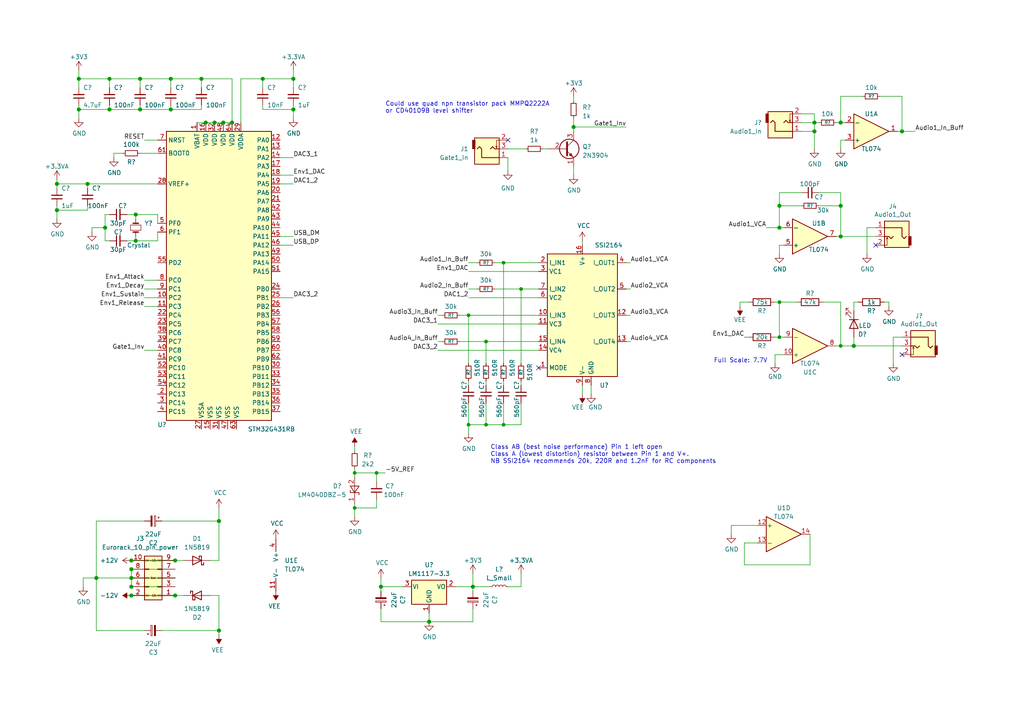
<source format=kicad_sch>
(kicad_sch (version 20210621) (generator eeschema)
  (paper "A4")
  (lib_symbols
    (symbol "Amplifier_Operational:TL074" (pin_names (offset 0.127))
      (property "Reference" "U" (at 0 5.08 0))
      (property "Value" "TL074" (at 0 -5.08 0))
      (symbol "TL074_1_1"
        (pin output line (at 7.62 0 180) (length 2.54) (name "~") (number "1"))
        (pin input line (at -7.62 -2.54 0) (length 2.54) (name "-") (number "2"))
        (pin input line (at -7.62 2.54 0) (length 2.54) (name "+") (number "3"))
      )
      (symbol "TL074_2_1"
        (pin input line (at -7.62 2.54 0) (length 2.54) (name "+") (number "5"))
        (pin input line (at -7.62 -2.54 0) (length 2.54) (name "-") (number "6"))
        (pin output line (at 7.62 0 180) (length 2.54) (name "~") (number "7"))
      )
      (symbol "TL074_3_1"
        (pin input line (at -7.62 2.54 0) (length 2.54) (name "+") (number "10"))
        (pin output line (at 7.62 0 180) (length 2.54) (name "~") (number "8"))
        (pin input line (at -7.62 -2.54 0) (length 2.54) (name "-") (number "9"))
      )
      (symbol "TL074_4_1"
        (pin input line (at -7.62 2.54 0) (length 2.54) (name "+") (number "12"))
        (pin input line (at -7.62 -2.54 0) (length 2.54) (name "-") (number "13"))
        (pin output line (at 7.62 0 180) (length 2.54) (name "~") (number "14"))
      )
      (symbol "TL074_5_1"
        (pin power_in line (at -2.54 -7.62 90) (length 3.81) (name "V-") (number "11"))
        (pin power_in line (at -2.54 7.62 270) (length 3.81) (name "V+") (number "4"))
      )
    )
    (symbol "Audio:SSI2164"
      (property "Reference" "U" (at -7.62 19.05 0))
      (property "Value" "SSI2164" (at 5.08 19.05 0))
      (symbol "SSI2164_1_1"
        (pin passive line (at -12.7 -15.24 0) (length 2.54) (name "MODE") (number "1"))
        (pin input line (at -12.7 0 0) (length 2.54) (name "I_IN3") (number "10"))
        (pin passive line (at -12.7 -2.54 0) (length 2.54) (name "VC3") (number "11"))
        (pin output line (at 12.7 0 180) (length 2.54) (name "I_OUT3") (number "12"))
        (pin output line (at 12.7 -7.62 180) (length 2.54) (name "I_OUT4") (number "13"))
        (pin passive line (at -12.7 -10.16 0) (length 2.54) (name "VC4") (number "14"))
        (pin input line (at -12.7 -7.62 0) (length 2.54) (name "I_IN4") (number "15"))
        (pin power_in line (at 0 20.32 270) (length 2.54) (name "V+") (number "16"))
        (pin input line (at -12.7 15.24 0) (length 2.54) (name "I_IN1") (number "2"))
        (pin passive line (at -12.7 12.7 0) (length 2.54) (name "VC1") (number "3"))
        (pin output line (at 12.7 15.24 180) (length 2.54) (name "I_OUT1") (number "4"))
        (pin output line (at 12.7 7.62 180) (length 2.54) (name "I_OUT2") (number "5"))
        (pin passive line (at -12.7 5.08 0) (length 2.54) (name "VC2") (number "6"))
        (pin input line (at -12.7 7.62 0) (length 2.54) (name "I_IN2") (number "7"))
        (pin power_in line (at 2.54 -20.32 90) (length 2.54) (name "GND") (number "8"))
        (pin power_in line (at 0 -20.32 90) (length 2.54) (name "V-") (number "9"))
      )
    )
    (symbol "Device:C_Small" (pin_numbers hide) (pin_names (offset 0.254) hide)
      (property "Reference" "C" (at 0.254 1.778 0))
      (property "Value" "C_Small" (at 0.254 -2.032 0))
      (symbol "C_Small_1_1"
        (pin passive line (at 0 2.54 270) (length 2.032) (name "~") (number "1"))
        (pin passive line (at 0 -2.54 90) (length 2.032) (name "~") (number "2"))
      )
    )
    (symbol "Device:Crystal_Small" (pin_numbers hide) (pin_names (offset 1.016) hide)
      (property "Reference" "Y" (at 0 2.54 0))
      (property "Value" "Crystal_Small" (at 0 -2.54 0))
      (symbol "Crystal_Small_1_1"
        (pin passive line (at -2.54 0 0) (length 1.27) (name "1") (number "1"))
        (pin passive line (at 2.54 0 180) (length 1.27) (name "2") (number "2"))
      )
    )
    (symbol "Device:LED" (pin_numbers hide) (pin_names (offset 1.016) hide)
      (property "Reference" "D" (at 0 2.54 0))
      (property "Value" "LED" (at 0 -2.54 0))
      (symbol "LED_1_1"
        (pin passive line (at -3.81 0 0) (length 2.54) (name "K") (number "1"))
        (pin passive line (at 3.81 0 180) (length 2.54) (name "A") (number "2"))
      )
    )
    (symbol "Device:L_Small" (pin_numbers hide) (pin_names (offset 0.254) hide)
      (property "Reference" "L" (at 0.762 1.016 0))
      (property "Value" "L_Small" (at 0.762 -1.016 0))
      (symbol "L_Small_1_1"
        (pin passive line (at 0 2.54 270) (length 0.508) (name "~") (number "1"))
        (pin passive line (at 0 -2.54 90) (length 0.508) (name "~") (number "2"))
      )
    )
    (symbol "Device:R" (pin_numbers hide) (pin_names (offset 0))
      (property "Reference" "R" (at 2.032 0 90))
      (property "Value" "R" (at 0 0 90))
      (symbol "R_1_1"
        (pin passive line (at 0 3.81 270) (length 1.27) (name "~") (number "1"))
        (pin passive line (at 0 -3.81 90) (length 1.27) (name "~") (number "2"))
      )
    )
    (symbol "Device:R_Small" (pin_numbers hide) (pin_names (offset 0.254) hide)
      (property "Reference" "R" (at 0.762 0.508 0))
      (property "Value" "R_Small" (at 0.762 -1.016 0))
      (symbol "R_Small_1_1"
        (pin passive line (at 0 2.54 270) (length 0.762) (name "~") (number "1"))
        (pin passive line (at 0 -2.54 90) (length 0.762) (name "~") (number "2"))
      )
    )
    (symbol "Diode:1N5819" (pin_numbers hide) (pin_names (offset 1.016) hide)
      (property "Reference" "D" (at 0 2.54 0))
      (property "Value" "1N5819" (at 0 -2.54 0))
      (symbol "1N5819_1_1"
        (pin passive line (at -3.81 0 0) (length 2.54) (name "K") (number "1"))
        (pin passive line (at 3.81 0 180) (length 2.54) (name "A") (number "2"))
      )
    )
    (symbol "Encoder:CP_Small" (pin_numbers hide) (pin_names (offset 0.254) hide)
      (property "Reference" "C" (at 0.254 1.778 0))
      (property "Value" "CP_Small" (at 0.254 -2.032 0))
      (symbol "CP_Small_1_1"
        (pin passive line (at 0 2.54 270) (length 1.8542) (name "~") (number "1"))
        (pin passive line (at 0 -2.54 90) (length 1.8542) (name "~") (number "2"))
      )
    )
    (symbol "Eurorack Header:Eurorack_10_pin_power" (pin_names (offset 1.016) hide)
      (property "Reference" "J" (at 1.27 7.62 0))
      (property "Value" "Eurorack_10_pin_power" (at 1.27 -7.62 0))
      (symbol "Eurorack_10_pin_power_1_0"
        (text "+12v" (at 1.27 -5.08 0) (effects (font (size 0.508 0.508))))
        (text "-12v" (at 1.27 5.08 0) (effects (font (size 0.508 0.508))))
        (text "Gnd" (at 1.27 0 0) (effects (font (size 0.508 0.508))))
      )
      (symbol "Eurorack_10_pin_power_1_1"
        (pin power_in line (at -5.08 5.08 0) (length 3.81) (name "Pin_1") (number "1"))
        (pin passive line (at 7.62 -5.08 180) (length 3.81) (name "Pin_10") (number "10"))
        (pin passive line (at 7.62 5.08 180) (length 3.81) (name "Pin_2") (number "2"))
        (pin passive line (at -5.08 2.54 0) (length 3.81) (name "Pin_3") (number "3"))
        (pin passive line (at 7.62 2.54 180) (length 3.81) (name "Pin_4") (number "4"))
        (pin power_in line (at -5.08 0 0) (length 3.81) (name "Pin_5") (number "5"))
        (pin passive line (at 7.62 0 180) (length 3.81) (name "Pin_6") (number "6"))
        (pin passive line (at -5.08 -2.54 0) (length 3.81) (name "Pin_7") (number "7"))
        (pin passive line (at 7.62 -2.54 180) (length 3.81) (name "Pin_8") (number "8"))
        (pin power_in line (at -5.08 -5.08 0) (length 3.81) (name "Pin_9") (number "9"))
      )
    )
    (symbol "Reference_Voltage:LM4040DBZ-10" (pin_names (offset 0.0254) hide)
      (property "Reference" "U" (at 0 2.54 0))
      (property "Value" "LM4040DBZ-10" (at 0 -3.175 0))
      (symbol "LM4040DBZ-10_1_1"
        (pin passive line (at 3.81 0 180) (length 2.54) (name "K") (number "1"))
        (pin passive line (at -3.81 0 0) (length 2.54) (name "A") (number "2"))
      )
    )
    (symbol "Regulator_Linear:LM1117-3.3" (pin_names (offset 0.254))
      (property "Reference" "U" (at -3.81 3.175 0))
      (property "Value" "LM1117-3.3" (at 0 3.175 0))
      (symbol "LM1117-3.3_1_1"
        (pin power_in line (at 0 -7.62 90) (length 2.54) (name "GND") (number "1"))
        (pin power_out line (at 7.62 0 180) (length 2.54) (name "VO") (number "2"))
        (pin power_in line (at -7.62 0 0) (length 2.54) (name "VI") (number "3"))
      )
    )
    (symbol "STM32G431RB:STM32G431RB"
      (property "Reference" "U" (at -15.24 41.91 0))
      (property "Value" "STM32G431RB" (at 10.16 41.91 0))
      (symbol "STM32G431RB_0_0"
        (pin bidirectional line (at -17.78 25.4 0) (length 2.54) (name "VREF+") (number "28"))
        (pin bidirectional line (at 17.78 -30.48 180) (length 2.54) (name "PB11") (number "33"))
      )
      (symbol "STM32G431RB_1_1"
        (pin power_in line (at -6.35 43.18 270) (length 2.54) (name "VBAT") (number "1"))
        (pin bidirectional line (at -17.78 -7.62 0) (length 2.54) (name "PC2") (number "10"))
        (pin bidirectional line (at -17.78 -10.16 0) (length 2.54) (name "PC3") (number "11"))
        (pin bidirectional line (at 17.78 38.1 180) (length 2.54) (name "PA0") (number "12"))
        (pin bidirectional line (at 17.78 35.56 180) (length 2.54) (name "PA1") (number "13"))
        (pin bidirectional line (at 17.78 33.02 180) (length 2.54) (name "PA2") (number "14"))
        (pin power_in line (at -2.54 -45.72 90) (length 2.54) (name "VSS") (number "15"))
        (pin power_in line (at -3.81 43.18 270) (length 2.54) (name "VDD") (number "16"))
        (pin bidirectional line (at 17.78 30.48 180) (length 2.54) (name "PA3") (number "17"))
        (pin bidirectional line (at 17.78 27.94 180) (length 2.54) (name "PA4") (number "18"))
        (pin bidirectional line (at 17.78 25.4 180) (length 2.54) (name "PA5") (number "19"))
        (pin bidirectional line (at -17.78 -35.56 0) (length 2.54) (name "PC13") (number "2"))
        (pin bidirectional line (at 17.78 22.86 180) (length 2.54) (name "PA6") (number "20"))
        (pin bidirectional line (at 17.78 20.32 180) (length 2.54) (name "PA7") (number "21"))
        (pin bidirectional line (at -17.78 -12.7 0) (length 2.54) (name "PC4") (number "22"))
        (pin bidirectional line (at -17.78 -15.24 0) (length 2.54) (name "PC5") (number "23"))
        (pin bidirectional line (at 17.78 -5.08 180) (length 2.54) (name "PB0") (number "24"))
        (pin bidirectional line (at 17.78 -7.62 180) (length 2.54) (name "PB1") (number "25"))
        (pin bidirectional line (at 17.78 -10.16 180) (length 2.54) (name "PB2") (number "26"))
        (pin power_in line (at -5.08 -45.72 90) (length 2.54) (name "VSSA") (number "27"))
        (pin power_in line (at 6.35 43.18 270) (length 2.54) (name "VDDA") (number "29"))
        (pin bidirectional line (at -17.78 -38.1 0) (length 2.54) (name "PC14") (number "3"))
        (pin bidirectional line (at 17.78 -27.94 180) (length 2.54) (name "PB10") (number "30"))
        (pin power_in line (at 0 -45.72 90) (length 2.54) (name "VSS") (number "31"))
        (pin power_in line (at -1.27 43.18 270) (length 2.54) (name "VDD") (number "32"))
        (pin bidirectional line (at 17.78 -33.02 180) (length 2.54) (name "PB12") (number "34"))
        (pin bidirectional line (at 17.78 -35.56 180) (length 2.54) (name "PB13") (number "35"))
        (pin bidirectional line (at 17.78 -38.1 180) (length 2.54) (name "PB14") (number "36"))
        (pin bidirectional line (at 17.78 -40.64 180) (length 2.54) (name "PB15") (number "37"))
        (pin bidirectional line (at -17.78 -17.78 0) (length 2.54) (name "PC6") (number "38"))
        (pin bidirectional line (at -17.78 -20.32 0) (length 2.54) (name "PC7") (number "39"))
        (pin bidirectional line (at -17.78 -40.64 0) (length 2.54) (name "PC15") (number "4"))
        (pin bidirectional line (at -17.78 -22.86 0) (length 2.54) (name "PC8") (number "40"))
        (pin bidirectional line (at -17.78 -25.4 0) (length 2.54) (name "PC9") (number "41"))
        (pin bidirectional line (at 17.78 17.78 180) (length 2.54) (name "PA8") (number "42"))
        (pin bidirectional line (at 17.78 15.24 180) (length 2.54) (name "PA9") (number "43"))
        (pin bidirectional line (at 17.78 12.7 180) (length 2.54) (name "PA10") (number "44"))
        (pin bidirectional line (at 17.78 10.16 180) (length 2.54) (name "PA11") (number "45"))
        (pin bidirectional line (at 17.78 7.62 180) (length 2.54) (name "PA12") (number "46"))
        (pin power_in line (at 2.54 -45.72 90) (length 2.54) (name "VSS") (number "47"))
        (pin power_in line (at 1.27 43.18 270) (length 2.54) (name "VDD") (number "48"))
        (pin bidirectional line (at 17.78 5.08 180) (length 2.54) (name "PA13") (number "49"))
        (pin input line (at -17.78 13.97 0) (length 2.54) (name "PF0") (number "5"))
        (pin bidirectional line (at 17.78 2.54 180) (length 2.54) (name "PA14") (number "50"))
        (pin bidirectional line (at 17.78 0 180) (length 2.54) (name "PA15") (number "51"))
        (pin bidirectional line (at -17.78 -27.94 0) (length 2.54) (name "PC10") (number "52"))
        (pin bidirectional line (at -17.78 -30.48 0) (length 2.54) (name "PC11") (number "53"))
        (pin bidirectional line (at -17.78 -33.02 0) (length 2.54) (name "PC12") (number "54"))
        (pin bidirectional line (at -17.78 2.54 0) (length 2.54) (name "PD2") (number "55"))
        (pin bidirectional line (at 17.78 -12.7 180) (length 2.54) (name "PB3") (number "56"))
        (pin bidirectional line (at 17.78 -15.24 180) (length 2.54) (name "PB4") (number "57"))
        (pin bidirectional line (at 17.78 -17.78 180) (length 2.54) (name "PB5") (number "58"))
        (pin bidirectional line (at 17.78 -20.32 180) (length 2.54) (name "PB6") (number "59"))
        (pin input line (at -17.78 11.43 0) (length 2.54) (name "PF1") (number "6"))
        (pin bidirectional line (at 17.78 -22.86 180) (length 2.54) (name "PB7") (number "60"))
        (pin input line (at -17.78 34.29 0) (length 2.54) (name "BOOT0") (number "61"))
        (pin bidirectional line (at 17.78 -25.4 180) (length 2.54) (name "PB9") (number "62"))
        (pin power_in line (at 5.08 -45.72 90) (length 2.54) (name "VSS") (number "63"))
        (pin power_in line (at 3.81 43.18 270) (length 2.54) (name "VDD") (number "64"))
        (pin input line (at -17.78 38.1 0) (length 2.54) (name "NRST") (number "7"))
        (pin bidirectional line (at -17.78 -2.54 0) (length 2.54) (name "PC0") (number "8"))
        (pin bidirectional line (at -17.78 -5.08 0) (length 2.54) (name "PC1") (number "9"))
      )
    )
    (symbol "Transistor_BJT:2N3904" (pin_names (offset 0) hide)
      (property "Reference" "Q" (at 5.08 1.905 0))
      (property "Value" "2N3904" (at 5.08 0 0))
      (symbol "2N3904_1_1"
        (pin passive line (at 2.54 -5.08 90) (length 2.54) (name "E") (number "1"))
        (pin passive line (at -5.08 0 0) (length 5.715) (name "B") (number "2"))
        (pin passive line (at 2.54 5.08 270) (length 2.54) (name "C") (number "3"))
      )
    )
    (symbol "power:+12V" (power) (pin_names (offset 0))
      (property "Value" "+12V" (at 0 3.556 0))
      (symbol "+12V_1_1"
        (pin power_in line (at 0 0 90) (length 0) hide (name "+12V") (number "1"))
      )
    )
    (symbol "power:+3.3V" (power) (pin_names (offset 0))
      (property "Value" "+3.3V" (at 0 3.556 0))
      (symbol "+3.3V_1_1"
        (pin power_in line (at 0 0 90) (length 0) hide (name "+3V3") (number "1"))
      )
    )
    (symbol "power:+3.3VA" (power) (pin_names (offset 0))
      (property "Value" "+3.3VA" (at 0 3.556 0))
      (symbol "+3.3VA_1_1"
        (pin power_in line (at 0 0 90) (length 0) hide (name "+3.3VA") (number "1"))
      )
    )
    (symbol "power:-12V" (power) (pin_names (offset 0))
      (property "Value" "-12V" (at 0 3.81 0))
      (symbol "-12V_0_0"
        (pin power_in line (at 0 0 90) (length 0) hide (name "-12V") (number "1"))
      )
    )
    (symbol "power:GND" (power) (pin_names (offset 0))
      (property "Value" "GND" (at 0 -3.81 0))
      (symbol "GND_1_1"
        (pin power_in line (at 0 0 270) (length 0) hide (name "GND") (number "1"))
      )
    )
    (symbol "power:VCC" (power) (pin_names (offset 0))
      (property "Value" "VCC" (at 0 3.81 0))
      (symbol "VCC_1_1"
        (pin power_in line (at 0 0 90) (length 0) hide (name "VCC") (number "1"))
      )
    )
    (symbol "power:VEE" (power) (pin_names (offset 0))
      (property "Value" "VEE" (at 0 3.81 0))
      (symbol "VEE_1_1"
        (pin power_in line (at 0 0 90) (length 0) hide (name "VEE") (number "1"))
      )
    )
    (symbol "thonkiconn:AudioJack2_Ground_Switch" (pin_names (offset 1.016))
      (property "Reference" "J" (at 0 8.89 0))
      (property "Value" "AudioJack2_Ground_Switch" (at 0 6.35 0))
      (symbol "AudioJack2_Ground_Switch_1_1"
        (pin passive line (at 5.08 2.54 180) (length 2.54) (name "~") (number "1"))
        (pin passive line (at 5.08 -2.54 180) (length 2.54) (name "~") (number "2"))
        (pin passive line (at 5.08 0 180) (length 2.54) (name "~") (number "3"))
      )
    )
  )
  (junction (at 16.51 53.34) (diameter 1.016))
  (junction (at 16.51 60.96) (diameter 1.016))
  (junction (at 22.86 22.86) (diameter 1.016))
  (junction (at 22.86 31.75) (diameter 1.016))
  (junction (at 25.4 53.34) (diameter 1.016))
  (junction (at 27.94 167.64) (diameter 1.016))
  (junction (at 30.48 66.04) (diameter 1.016))
  (junction (at 31.75 22.86) (diameter 1.016))
  (junction (at 31.75 31.75) (diameter 1.016))
  (junction (at 38.1 162.56) (diameter 1.016))
  (junction (at 38.1 165.1) (diameter 1.016))
  (junction (at 38.1 167.64) (diameter 1.016))
  (junction (at 38.1 170.18) (diameter 1.016))
  (junction (at 38.1 172.72) (diameter 1.016))
  (junction (at 39.37 62.23) (diameter 1.016))
  (junction (at 39.37 69.85) (diameter 1.016))
  (junction (at 40.64 22.86) (diameter 1.016))
  (junction (at 40.64 31.75) (diameter 1.016))
  (junction (at 49.53 22.86) (diameter 1.016))
  (junction (at 49.53 31.75) (diameter 1.016))
  (junction (at 50.8 162.56) (diameter 1.016))
  (junction (at 50.8 172.72) (diameter 1.016))
  (junction (at 58.42 22.86) (diameter 1.016))
  (junction (at 59.69 35.56) (diameter 1.016))
  (junction (at 62.23 35.56) (diameter 1.016))
  (junction (at 63.5 151.13) (diameter 1.016))
  (junction (at 63.5 182.88) (diameter 1.016))
  (junction (at 64.77 35.56) (diameter 1.016))
  (junction (at 67.31 35.56) (diameter 1.016))
  (junction (at 76.2 22.86) (diameter 1.016))
  (junction (at 85.09 22.86) (diameter 1.016))
  (junction (at 85.09 31.75) (diameter 1.016))
  (junction (at 102.87 137.16) (diameter 0.9144))
  (junction (at 102.87 147.32) (diameter 0.9144))
  (junction (at 109.22 137.16) (diameter 0.9144))
  (junction (at 110.49 170.18) (diameter 1.016))
  (junction (at 124.46 180.34) (diameter 1.016))
  (junction (at 135.89 91.44) (diameter 0.9144))
  (junction (at 135.89 123.19) (diameter 0.9144))
  (junction (at 137.16 170.18) (diameter 1.016))
  (junction (at 140.97 99.06) (diameter 0.9144))
  (junction (at 140.97 123.19) (diameter 0.9144))
  (junction (at 146.05 76.2) (diameter 0.9144))
  (junction (at 146.05 123.19) (diameter 0.9144))
  (junction (at 151.13 83.82) (diameter 0.9144))
  (junction (at 166.37 36.83) (diameter 1.016))
  (junction (at 226.06 59.69) (diameter 1.016))
  (junction (at 226.06 66.04) (diameter 1.016))
  (junction (at 226.06 87.63) (diameter 0.9144))
  (junction (at 226.06 97.79) (diameter 0.9144))
  (junction (at 236.22 35.56) (diameter 1.016))
  (junction (at 236.22 38.1) (diameter 1.016))
  (junction (at 243.84 35.56) (diameter 1.016))
  (junction (at 243.84 59.69) (diameter 1.016))
  (junction (at 243.84 68.58) (diameter 1.016))
  (junction (at 243.84 100.33) (diameter 0.9144))
  (junction (at 247.65 100.33) (diameter 1.016))
  (junction (at 261.62 38.1) (diameter 1.016))
  (no_connect (at 147.32 40.64))
  (no_connect (at 156.21 106.68))
  (no_connect (at 254 71.12))
  (no_connect (at 261.62 102.87))
  (wire (pts (xy 16.51 52.07) (xy 16.51 53.34)))
  (wire (pts (xy 16.51 53.34) (xy 25.4 53.34)))
  (wire (pts (xy 16.51 54.61) (xy 16.51 53.34)))
  (wire (pts (xy 16.51 59.69) (xy 16.51 60.96)))
  (wire (pts (xy 16.51 60.96) (xy 16.51 63.5)))
  (wire (pts (xy 16.51 60.96) (xy 25.4 60.96)))
  (wire (pts (xy 22.86 20.32) (xy 22.86 22.86)))
  (wire (pts (xy 22.86 22.86) (xy 31.75 22.86)))
  (wire (pts (xy 22.86 25.4) (xy 22.86 22.86)))
  (wire (pts (xy 22.86 30.48) (xy 22.86 31.75)))
  (wire (pts (xy 22.86 31.75) (xy 22.86 34.29)))
  (wire (pts (xy 22.86 31.75) (xy 31.75 31.75)))
  (wire (pts (xy 24.13 167.64) (xy 27.94 167.64)))
  (wire (pts (xy 24.13 170.18) (xy 24.13 167.64)))
  (wire (pts (xy 25.4 53.34) (xy 25.4 54.61)))
  (wire (pts (xy 25.4 53.34) (xy 45.72 53.34)))
  (wire (pts (xy 25.4 59.69) (xy 25.4 60.96)))
  (wire (pts (xy 26.67 66.04) (xy 30.48 66.04)))
  (wire (pts (xy 26.67 67.31) (xy 26.67 66.04)))
  (wire (pts (xy 27.94 151.13) (xy 41.91 151.13)))
  (wire (pts (xy 27.94 167.64) (xy 27.94 151.13)))
  (wire (pts (xy 27.94 167.64) (xy 38.1 167.64)))
  (wire (pts (xy 27.94 182.88) (xy 27.94 167.64)))
  (wire (pts (xy 30.48 62.23) (xy 30.48 66.04)))
  (wire (pts (xy 30.48 62.23) (xy 31.75 62.23)))
  (wire (pts (xy 30.48 66.04) (xy 30.48 69.85)))
  (wire (pts (xy 30.48 69.85) (xy 31.75 69.85)))
  (wire (pts (xy 31.75 22.86) (xy 31.75 25.4)))
  (wire (pts (xy 31.75 22.86) (xy 40.64 22.86)))
  (wire (pts (xy 31.75 30.48) (xy 31.75 31.75)))
  (wire (pts (xy 31.75 31.75) (xy 40.64 31.75)))
  (wire (pts (xy 33.02 44.45) (xy 35.56 44.45)))
  (wire (pts (xy 33.02 45.72) (xy 33.02 44.45)))
  (wire (pts (xy 36.83 62.23) (xy 39.37 62.23)))
  (wire (pts (xy 36.83 69.85) (xy 39.37 69.85)))
  (wire (pts (xy 38.1 162.56) (xy 50.8 162.56)))
  (wire (pts (xy 38.1 165.1) (xy 38.1 167.64)))
  (wire (pts (xy 38.1 165.1) (xy 50.8 165.1)))
  (wire (pts (xy 38.1 167.64) (xy 38.1 170.18)))
  (wire (pts (xy 38.1 167.64) (xy 50.8 167.64)))
  (wire (pts (xy 38.1 170.18) (xy 50.8 170.18)))
  (wire (pts (xy 38.1 172.72) (xy 50.8 172.72)))
  (wire (pts (xy 39.37 62.23) (xy 39.37 63.5)))
  (wire (pts (xy 39.37 68.58) (xy 39.37 69.85)))
  (wire (pts (xy 40.64 22.86) (xy 40.64 25.4)))
  (wire (pts (xy 40.64 22.86) (xy 49.53 22.86)))
  (wire (pts (xy 40.64 30.48) (xy 40.64 31.75)))
  (wire (pts (xy 40.64 31.75) (xy 49.53 31.75)))
  (wire (pts (xy 40.64 44.45) (xy 45.72 44.45)))
  (wire (pts (xy 41.91 40.64) (xy 45.72 40.64)))
  (wire (pts (xy 41.91 101.6) (xy 45.72 101.6)))
  (wire (pts (xy 41.91 182.88) (xy 27.94 182.88)))
  (wire (pts (xy 45.72 62.23) (xy 39.37 62.23)))
  (wire (pts (xy 45.72 64.77) (xy 45.72 62.23)))
  (wire (pts (xy 45.72 67.31) (xy 45.72 69.85)))
  (wire (pts (xy 45.72 69.85) (xy 39.37 69.85)))
  (wire (pts (xy 45.72 81.28) (xy 41.91 81.28)))
  (wire (pts (xy 45.72 83.82) (xy 41.91 83.82)))
  (wire (pts (xy 45.72 86.36) (xy 41.91 86.36)))
  (wire (pts (xy 45.72 88.9) (xy 41.91 88.9)))
  (wire (pts (xy 46.99 151.13) (xy 63.5 151.13)))
  (wire (pts (xy 49.53 22.86) (xy 49.53 25.4)))
  (wire (pts (xy 49.53 22.86) (xy 58.42 22.86)))
  (wire (pts (xy 49.53 30.48) (xy 49.53 31.75)))
  (wire (pts (xy 49.53 31.75) (xy 58.42 31.75)))
  (wire (pts (xy 50.8 162.56) (xy 53.34 162.56)))
  (wire (pts (xy 50.8 172.72) (xy 53.34 172.72)))
  (wire (pts (xy 57.15 35.56) (xy 59.69 35.56)))
  (wire (pts (xy 58.42 22.86) (xy 58.42 25.4)))
  (wire (pts (xy 58.42 22.86) (xy 67.31 22.86)))
  (wire (pts (xy 58.42 30.48) (xy 58.42 31.75)))
  (wire (pts (xy 59.69 35.56) (xy 62.23 35.56)))
  (wire (pts (xy 60.96 162.56) (xy 63.5 162.56)))
  (wire (pts (xy 60.96 172.72) (xy 63.5 172.72)))
  (wire (pts (xy 62.23 35.56) (xy 64.77 35.56)))
  (wire (pts (xy 63.5 147.32) (xy 63.5 151.13)))
  (wire (pts (xy 63.5 151.13) (xy 63.5 162.56)))
  (wire (pts (xy 63.5 172.72) (xy 63.5 182.88)))
  (wire (pts (xy 63.5 182.88) (xy 46.99 182.88)))
  (wire (pts (xy 63.5 182.88) (xy 63.5 184.15)))
  (wire (pts (xy 64.77 35.56) (xy 67.31 35.56)))
  (wire (pts (xy 67.31 22.86) (xy 67.31 35.56)))
  (wire (pts (xy 69.85 22.86) (xy 69.85 35.56)))
  (wire (pts (xy 76.2 22.86) (xy 69.85 22.86)))
  (wire (pts (xy 76.2 22.86) (xy 85.09 22.86)))
  (wire (pts (xy 76.2 25.4) (xy 76.2 22.86)))
  (wire (pts (xy 76.2 30.48) (xy 76.2 31.75)))
  (wire (pts (xy 76.2 31.75) (xy 85.09 31.75)))
  (wire (pts (xy 81.28 45.72) (xy 85.09 45.72)))
  (wire (pts (xy 81.28 50.8) (xy 85.09 50.8)))
  (wire (pts (xy 81.28 53.34) (xy 85.09 53.34)))
  (wire (pts (xy 81.28 68.58) (xy 85.09 68.58)))
  (wire (pts (xy 81.28 71.12) (xy 85.09 71.12)))
  (wire (pts (xy 81.28 86.36) (xy 85.09 86.36)))
  (wire (pts (xy 85.09 20.32) (xy 85.09 22.86)))
  (wire (pts (xy 85.09 22.86) (xy 85.09 25.4)))
  (wire (pts (xy 85.09 30.48) (xy 85.09 31.75)))
  (wire (pts (xy 85.09 31.75) (xy 85.09 34.29)))
  (wire (pts (xy 102.87 129.54) (xy 102.87 130.81)))
  (wire (pts (xy 102.87 135.89) (xy 102.87 137.16)))
  (wire (pts (xy 102.87 137.16) (xy 102.87 138.43)))
  (wire (pts (xy 102.87 146.05) (xy 102.87 147.32)))
  (wire (pts (xy 102.87 147.32) (xy 102.87 149.86)))
  (wire (pts (xy 102.87 147.32) (xy 109.22 147.32)))
  (wire (pts (xy 109.22 137.16) (xy 102.87 137.16)))
  (wire (pts (xy 109.22 139.7) (xy 109.22 137.16)))
  (wire (pts (xy 109.22 147.32) (xy 109.22 144.78)))
  (wire (pts (xy 110.49 167.64) (xy 110.49 170.18)))
  (wire (pts (xy 110.49 170.18) (xy 110.49 171.45)))
  (wire (pts (xy 110.49 170.18) (xy 116.84 170.18)))
  (wire (pts (xy 110.49 176.53) (xy 110.49 180.34)))
  (wire (pts (xy 110.49 180.34) (xy 124.46 180.34)))
  (wire (pts (xy 111.76 137.16) (xy 109.22 137.16)))
  (wire (pts (xy 124.46 177.8) (xy 124.46 180.34)))
  (wire (pts (xy 124.46 180.34) (xy 137.16 180.34)))
  (wire (pts (xy 127 91.44) (xy 128.27 91.44)))
  (wire (pts (xy 127 93.98) (xy 156.21 93.98)))
  (wire (pts (xy 127 99.06) (xy 128.27 99.06)))
  (wire (pts (xy 127 101.6) (xy 156.21 101.6)))
  (wire (pts (xy 132.08 170.18) (xy 137.16 170.18)))
  (wire (pts (xy 133.35 91.44) (xy 135.89 91.44)))
  (wire (pts (xy 133.35 99.06) (xy 140.97 99.06)))
  (wire (pts (xy 135.89 76.2) (xy 138.43 76.2)))
  (wire (pts (xy 135.89 78.74) (xy 156.21 78.74)))
  (wire (pts (xy 135.89 83.82) (xy 138.43 83.82)))
  (wire (pts (xy 135.89 86.36) (xy 156.21 86.36)))
  (wire (pts (xy 135.89 91.44) (xy 135.89 105.41)))
  (wire (pts (xy 135.89 91.44) (xy 156.21 91.44)))
  (wire (pts (xy 135.89 110.49) (xy 135.89 111.76)))
  (wire (pts (xy 135.89 116.84) (xy 135.89 123.19)))
  (wire (pts (xy 135.89 123.19) (xy 140.97 123.19)))
  (wire (pts (xy 135.89 125.73) (xy 135.89 123.19)))
  (wire (pts (xy 137.16 170.18) (xy 137.16 166.37)))
  (wire (pts (xy 137.16 170.18) (xy 137.16 171.45)))
  (wire (pts (xy 137.16 170.18) (xy 142.24 170.18)))
  (wire (pts (xy 137.16 180.34) (xy 137.16 176.53)))
  (wire (pts (xy 140.97 99.06) (xy 140.97 105.41)))
  (wire (pts (xy 140.97 99.06) (xy 156.21 99.06)))
  (wire (pts (xy 140.97 110.49) (xy 140.97 111.76)))
  (wire (pts (xy 140.97 116.84) (xy 140.97 123.19)))
  (wire (pts (xy 140.97 123.19) (xy 146.05 123.19)))
  (wire (pts (xy 143.51 76.2) (xy 146.05 76.2)))
  (wire (pts (xy 143.51 83.82) (xy 151.13 83.82)))
  (wire (pts (xy 146.05 76.2) (xy 146.05 105.41)))
  (wire (pts (xy 146.05 76.2) (xy 156.21 76.2)))
  (wire (pts (xy 146.05 110.49) (xy 146.05 111.76)))
  (wire (pts (xy 146.05 116.84) (xy 146.05 123.19)))
  (wire (pts (xy 146.05 123.19) (xy 151.13 123.19)))
  (wire (pts (xy 147.32 43.18) (xy 152.4 43.18)))
  (wire (pts (xy 147.32 45.72) (xy 147.32 49.53)))
  (wire (pts (xy 147.32 170.18) (xy 151.13 170.18)))
  (wire (pts (xy 151.13 83.82) (xy 151.13 105.41)))
  (wire (pts (xy 151.13 83.82) (xy 156.21 83.82)))
  (wire (pts (xy 151.13 110.49) (xy 151.13 111.76)))
  (wire (pts (xy 151.13 116.84) (xy 151.13 123.19)))
  (wire (pts (xy 151.13 170.18) (xy 151.13 166.37)))
  (wire (pts (xy 157.48 43.18) (xy 158.75 43.18)))
  (wire (pts (xy 166.37 27.94) (xy 166.37 29.21)))
  (wire (pts (xy 166.37 34.29) (xy 166.37 36.83)))
  (wire (pts (xy 166.37 36.83) (xy 166.37 38.1)))
  (wire (pts (xy 166.37 36.83) (xy 181.61 36.83)))
  (wire (pts (xy 166.37 48.26) (xy 166.37 50.8)))
  (wire (pts (xy 168.91 69.85) (xy 168.91 71.12)))
  (wire (pts (xy 168.91 111.76) (xy 168.91 114.3)))
  (wire (pts (xy 171.45 111.76) (xy 171.45 114.3)))
  (wire (pts (xy 181.61 76.2) (xy 182.88 76.2)))
  (wire (pts (xy 181.61 83.82) (xy 182.88 83.82)))
  (wire (pts (xy 181.61 91.44) (xy 182.88 91.44)))
  (wire (pts (xy 181.61 99.06) (xy 182.88 99.06)))
  (wire (pts (xy 212.09 152.4) (xy 212.09 154.94)))
  (wire (pts (xy 214.63 87.63) (xy 214.63 88.9)))
  (wire (pts (xy 214.63 87.63) (xy 217.17 87.63)))
  (wire (pts (xy 215.9 97.79) (xy 217.17 97.79)))
  (wire (pts (xy 215.9 157.48) (xy 215.9 163.83)))
  (wire (pts (xy 215.9 163.83) (xy 234.95 163.83)))
  (wire (pts (xy 219.71 152.4) (xy 212.09 152.4)))
  (wire (pts (xy 219.71 157.48) (xy 215.9 157.48)))
  (wire (pts (xy 222.25 66.04) (xy 226.06 66.04)))
  (wire (pts (xy 224.79 87.63) (xy 226.06 87.63)))
  (wire (pts (xy 224.79 97.79) (xy 226.06 97.79)))
  (wire (pts (xy 224.79 102.87) (xy 224.79 105.41)))
  (wire (pts (xy 226.06 55.88) (xy 226.06 59.69)))
  (wire (pts (xy 226.06 59.69) (xy 226.06 66.04)))
  (wire (pts (xy 226.06 59.69) (xy 232.41 59.69)))
  (wire (pts (xy 226.06 66.04) (xy 227.33 66.04)))
  (wire (pts (xy 226.06 71.12) (xy 226.06 73.66)))
  (wire (pts (xy 226.06 87.63) (xy 226.06 97.79)))
  (wire (pts (xy 226.06 97.79) (xy 227.33 97.79)))
  (wire (pts (xy 227.33 71.12) (xy 226.06 71.12)))
  (wire (pts (xy 227.33 102.87) (xy 224.79 102.87)))
  (wire (pts (xy 231.14 87.63) (xy 226.06 87.63)))
  (wire (pts (xy 232.41 33.02) (xy 236.22 33.02)))
  (wire (pts (xy 232.41 35.56) (xy 236.22 35.56)))
  (wire (pts (xy 232.41 38.1) (xy 236.22 38.1)))
  (wire (pts (xy 232.41 55.88) (xy 226.06 55.88)))
  (wire (pts (xy 234.95 163.83) (xy 234.95 154.94)))
  (wire (pts (xy 236.22 33.02) (xy 236.22 35.56)))
  (wire (pts (xy 236.22 35.56) (xy 236.22 38.1)))
  (wire (pts (xy 236.22 35.56) (xy 237.49 35.56)))
  (wire (pts (xy 236.22 38.1) (xy 236.22 43.18)))
  (wire (pts (xy 237.49 55.88) (xy 243.84 55.88)))
  (wire (pts (xy 238.76 87.63) (xy 243.84 87.63)))
  (wire (pts (xy 242.57 35.56) (xy 243.84 35.56)))
  (wire (pts (xy 242.57 68.58) (xy 243.84 68.58)))
  (wire (pts (xy 242.57 100.33) (xy 243.84 100.33)))
  (wire (pts (xy 243.84 27.94) (xy 243.84 35.56)))
  (wire (pts (xy 243.84 27.94) (xy 250.19 27.94)))
  (wire (pts (xy 243.84 35.56) (xy 245.11 35.56)))
  (wire (pts (xy 243.84 40.64) (xy 243.84 43.18)))
  (wire (pts (xy 243.84 55.88) (xy 243.84 59.69)))
  (wire (pts (xy 243.84 59.69) (xy 237.49 59.69)))
  (wire (pts (xy 243.84 59.69) (xy 243.84 68.58)))
  (wire (pts (xy 243.84 68.58) (xy 254 68.58)))
  (wire (pts (xy 243.84 87.63) (xy 243.84 100.33)))
  (wire (pts (xy 243.84 100.33) (xy 247.65 100.33)))
  (wire (pts (xy 245.11 40.64) (xy 243.84 40.64)))
  (wire (pts (xy 247.65 87.63) (xy 247.65 90.17)))
  (wire (pts (xy 247.65 87.63) (xy 248.92 87.63)))
  (wire (pts (xy 247.65 100.33) (xy 247.65 97.79)))
  (wire (pts (xy 247.65 100.33) (xy 261.62 100.33)))
  (wire (pts (xy 251.46 66.04) (xy 251.46 73.66)))
  (wire (pts (xy 254 66.04) (xy 251.46 66.04)))
  (wire (pts (xy 256.54 87.63) (xy 257.81 87.63)))
  (wire (pts (xy 257.81 88.9) (xy 257.81 87.63)))
  (wire (pts (xy 259.08 97.79) (xy 259.08 105.41)))
  (wire (pts (xy 260.35 38.1) (xy 261.62 38.1)))
  (wire (pts (xy 261.62 27.94) (xy 255.27 27.94)))
  (wire (pts (xy 261.62 27.94) (xy 261.62 38.1)))
  (wire (pts (xy 261.62 38.1) (xy 265.43 38.1)))
  (wire (pts (xy 261.62 97.79) (xy 259.08 97.79)))
  (text "Could use quad npn transistor pack MMPQ2222A\nor CD40109B level shifter" (at 111.76 33.02 0) (effects (font (size 1.27 1.27)) (justify left bottom)))
  (text "Class AB (best noise performance) Pin 1 left open\nClass A (lowest distortion) resistor between Pin 1 and V+.\nNB SSI2164 recommends 20k, 220R and 1.2nF for RC components" (at 142.24 134.62 0) (effects (font (size 1.27 1.27)) (justify left bottom)))
  (text "Full Scale: 7.7V" (at 207.01 105.41 0) (effects (font (size 1.27 1.27)) (justify left bottom)))
  (label "RESET" (at 41.91 40.64 180))
  (label "Env1_Attack" (at 41.91 81.28 180))
  (label "Env1_Decay" (at 41.91 83.82 180))
  (label "Env1_Sustain" (at 41.91 86.36 180))
  (label "Env1_Release" (at 41.91 88.9 180))
  (label "Gate1_Inv" (at 41.91 101.6 180))
  (label "DAC3_1" (at 85.09 45.72 0))
  (label "Env1_DAC" (at 85.09 50.8 0))
  (label "DAC1_2" (at 85.09 53.34 0))
  (label "USB_DM" (at 85.09 68.58 0))
  (label "USB_DP" (at 85.09 71.12 0))
  (label "DAC3_2" (at 85.09 86.36 0))
  (label "-5V_REF" (at 111.76 137.16 0))
  (label "Audio3_In_Buff" (at 127 91.44 180))
  (label "DAC3_1" (at 127 93.98 180))
  (label "Audio4_In_Buff" (at 127 99.06 180))
  (label "DAC3_2" (at 127 101.6 180))
  (label "Audio1_In_Buff" (at 135.89 76.2 180))
  (label "Env1_DAC" (at 135.89 78.74 180))
  (label "Audio2_In_Buff" (at 135.89 83.82 180))
  (label "DAC1_2" (at 135.89 86.36 180))
  (label "Gate1_Inv" (at 181.61 36.83 180))
  (label "Audio1_VCA" (at 182.88 76.2 0))
  (label "Audio2_VCA" (at 182.88 83.82 0))
  (label "Audio3_VCA" (at 182.88 91.44 0))
  (label "Audio4_VCA" (at 182.88 99.06 0))
  (label "Env1_DAC" (at 215.9 97.79 180))
  (label "Audio1_VCA" (at 222.25 66.04 180))
  (label "Audio1_In_Buff" (at 265.43 38.1 0))
  (symbol (lib_id "power:+3.3VA") (at 16.51 52.07 0) (unit 1)
    (property "Reference" "#PWR?" (effects hide))
    (property "Value" "+3.3VA" (at 16.51 48.26 0))
  )
  (symbol (lib_id "power:+3.3V") (at 22.86 20.32 0) (unit 1)
    (property "Reference" "#PWR?" (effects hide))
    (property "Value" "+3.3V" (at 22.86 16.51 0))
  )
  (symbol (lib_id "power:+12V") (at 38.1 162.56 90) (unit 1)
    (property "Reference" "#PWR09" (effects hide))
    (property "Value" "+12V" (at 34.29 162.56 90) (effects (justify left)))
  )
  (symbol (lib_id "power:-12V") (at 38.1 172.72 90) (unit 1)
    (property "Reference" "#PWR010" (effects hide))
    (property "Value" "-12V" (at 34.29 172.72 90) (effects (justify left)))
  )
  (symbol (lib_id "power:VCC") (at 63.5 147.32 0) (unit 1)
    (property "Reference" "#PWR014" (effects hide))
    (property "Value" "VCC" (at 63.881 142.9258 0))
  )
  (symbol (lib_id "power:VEE") (at 63.5 184.15 180) (unit 1)
    (property "Reference" "#PWR015" (effects hide))
    (property "Value" "VEE" (at 63.119 188.5442 0))
  )
  (symbol (lib_id "power:VCC") (at 80.01 156.21 0) (unit 1)
    (property "Reference" "#PWR017" (effects hide))
    (property "Value" "VCC" (at 80.391 151.8158 0))
  )
  (symbol (lib_id "power:VEE") (at 80.01 171.45 180) (unit 1)
    (property "Reference" "#PWR018" (effects hide))
    (property "Value" "VEE" (at 79.629 175.8442 0))
  )
  (symbol (lib_id "power:+3.3VA") (at 85.09 20.32 0) (unit 1)
    (property "Reference" "#PWR?" (effects hide))
    (property "Value" "+3.3VA" (at 85.09 16.51 0))
  )
  (symbol (lib_id "power:VEE") (at 102.87 129.54 0) (unit 1)
    (property "Reference" "#PWR?" (effects hide))
    (property "Value" "VEE" (at 103.3018 125.1458 0))
  )
  (symbol (lib_id "power:VCC") (at 110.49 167.64 0) (unit 1)
    (property "Reference" "#PWR?" (effects hide))
    (property "Value" "VCC" (at 110.871 163.2458 0))
  )
  (symbol (lib_id "power:+3.3V") (at 137.16 166.37 0) (unit 1)
    (property "Reference" "#PWR?" (effects hide))
    (property "Value" "+3.3V" (at 137.16 162.56 0))
  )
  (symbol (lib_id "power:+3.3VA") (at 151.13 166.37 0) (unit 1)
    (property "Reference" "#PWR?" (effects hide))
    (property "Value" "+3.3VA" (at 151.13 162.56 0))
  )
  (symbol (lib_id "power:+3.3V") (at 166.37 27.94 0) (unit 1)
    (property "Reference" "#PWR?" (effects hide))
    (property "Value" "+3.3V" (at 166.37 24.13 0))
  )
  (symbol (lib_id "power:VCC") (at 168.91 69.85 0) (unit 1)
    (property "Reference" "#PWR?" (effects hide))
    (property "Value" "VCC" (at 169.3418 65.4558 0))
  )
  (symbol (lib_id "power:VEE") (at 168.91 114.3 180) (unit 1)
    (property "Reference" "#PWR?" (effects hide))
    (property "Value" "VEE" (at 167.64 118.11 0))
  )
  (symbol (lib_id "power:VEE") (at 214.63 88.9 180) (unit 1)
    (property "Reference" "#PWR?" (effects hide))
    (property "Value" "VEE" (at 214.63 92.71 0))
  )
  (symbol (lib_id "Device:L_Small") (at 144.78 170.18 90) (unit 1)
    (property "Reference" "L?" (at 144.78 165.1 90))
    (property "Value" "L_Small" (at 144.78 167.64 90))
  )
  (symbol (lib_id "power:GND") (at 16.51 63.5 0) (unit 1)
    (property "Reference" "#PWR?" (effects hide))
    (property "Value" "GND" (at 16.637 67.8942 0))
  )
  (symbol (lib_id "power:GND") (at 22.86 34.29 0) (unit 1)
    (property "Reference" "#PWR?" (effects hide))
    (property "Value" "GND" (at 22.987 38.6842 0))
  )
  (symbol (lib_id "power:GND") (at 24.13 170.18 0) (unit 1)
    (property "Reference" "#PWR07" (effects hide))
    (property "Value" "GND" (at 24.257 174.5742 0))
  )
  (symbol (lib_id "power:GND") (at 26.67 67.31 0) (unit 1)
    (property "Reference" "#PWR?" (effects hide))
    (property "Value" "GND" (at 26.797 71.7042 0))
  )
  (symbol (lib_id "power:GND") (at 33.02 45.72 0) (unit 1)
    (property "Reference" "#PWR?" (effects hide))
    (property "Value" "GND" (at 33.147 50.1142 0))
  )
  (symbol (lib_id "power:GND") (at 85.09 34.29 0) (unit 1)
    (property "Reference" "#PWR?" (effects hide))
    (property "Value" "GND" (at 85.217 38.6842 0))
  )
  (symbol (lib_id "power:GND") (at 102.87 149.86 0) (unit 1)
    (property "Reference" "#PWR?" (effects hide))
    (property "Value" "GND" (at 102.997 154.2542 0))
  )
  (symbol (lib_id "power:GND") (at 124.46 180.34 0) (unit 1)
    (property "Reference" "#PWR?" (effects hide))
    (property "Value" "GND" (at 124.587 184.7342 0))
  )
  (symbol (lib_id "power:GND") (at 135.89 125.73 0) (unit 1)
    (property "Reference" "#PWR?" (effects hide))
    (property "Value" "GND" (at 136.017 130.1242 0))
  )
  (symbol (lib_id "power:GND") (at 147.32 49.53 0) (unit 1)
    (property "Reference" "#PWR08" (effects hide))
    (property "Value" "GND" (at 147.32 54.61 0))
  )
  (symbol (lib_id "power:GND") (at 166.37 50.8 0) (unit 1)
    (property "Reference" "#PWR?" (effects hide))
    (property "Value" "GND" (at 166.497 55.1942 0))
  )
  (symbol (lib_id "power:GND") (at 171.45 114.3 0) (unit 1)
    (property "Reference" "#PWR?" (effects hide))
    (property "Value" "GND" (at 172.72 118.11 0))
  )
  (symbol (lib_id "power:GND") (at 212.09 154.94 0) (unit 1)
    (property "Reference" "#PWR023" (effects hide))
    (property "Value" "GND" (at 212.217 159.3342 0))
  )
  (symbol (lib_id "power:GND") (at 224.79 105.41 0) (unit 1)
    (property "Reference" "#PWR?" (effects hide))
    (property "Value" "GND" (at 224.79 109.22 0))
  )
  (symbol (lib_id "power:GND") (at 226.06 73.66 0) (unit 1)
    (property "Reference" "#PWR?" (effects hide))
    (property "Value" "GND" (at 226.187 78.0542 0))
  )
  (symbol (lib_id "power:GND") (at 236.22 43.18 0) (unit 1)
    (property "Reference" "#PWR?" (effects hide))
    (property "Value" "GND" (at 236.347 47.5742 0))
  )
  (symbol (lib_id "power:GND") (at 243.84 43.18 0) (unit 1)
    (property "Reference" "#PWR?" (effects hide))
    (property "Value" "GND" (at 243.967 47.5742 0))
  )
  (symbol (lib_id "power:GND") (at 251.46 73.66 0) (unit 1)
    (property "Reference" "#PWR025" (effects hide))
    (property "Value" "GND" (at 251.587 78.0542 0))
  )
  (symbol (lib_id "power:GND") (at 257.81 88.9 0) (unit 1)
    (property "Reference" "#PWR?" (effects hide))
    (property "Value" "GND" (at 257.937 93.2942 0))
  )
  (symbol (lib_id "power:GND") (at 259.08 105.41 0) (unit 1)
    (property "Reference" "#PWR?" (effects hide))
    (property "Value" "GND" (at 259.207 109.8042 0))
  )
  (symbol (lib_id "Device:R_Small") (at 38.1 44.45 90) (unit 1)
    (property "Reference" "R?" (at 38.1 46.99 90))
    (property "Value" "100k" (at 38.1 41.91 90))
    (property "Footprint" "Resistors_SMD:R_0603_HandSoldering" (effects hide))
  )
  (symbol (lib_id "Device:R_Small") (at 102.87 133.35 0) (unit 1)
    (property "Reference" "R?" (at 106.68 132.08 0))
    (property "Value" "2k2" (at 106.68 134.62 0))
    (property "Footprint" "Resistors_SMD:R_0603_HandSoldering" (effects hide))
    (property "Part_Number" "C4190" (effects hide))
  )
  (symbol (lib_id "Device:R_Small") (at 130.81 91.44 270) (unit 1)
    (property "Reference" "R?" (at 130.81 91.44 90) (effects (font (size 0.889 0.889))))
    (property "Value" "30k" (at 130.81 88.9 90))
    (property "Footprint" "Resistors_SMD:R_0603_HandSoldering" (effects hide))
    (property "Part_Number" "C22984" (effects hide))
  )
  (symbol (lib_id "Device:R_Small") (at 130.81 99.06 270) (unit 1)
    (property "Reference" "R?" (at 130.81 99.06 90) (effects (font (size 0.889 0.889))))
    (property "Value" "30k" (at 130.81 96.52 90))
    (property "Footprint" "Resistors_SMD:R_0603_HandSoldering" (effects hide))
    (property "Part_Number" "C22984" (effects hide))
  )
  (symbol (lib_id "Device:R_Small") (at 135.89 107.95 180) (unit 1)
    (property "Reference" "R?" (at 135.89 107.95 90) (effects (font (size 0.889 0.889))))
    (property "Value" "510R" (at 138.43 106.68 90))
    (property "Footprint" "Resistors_SMD:R_0603_HandSoldering" (effects hide))
    (property "Part_Number" "C23193" (effects hide))
  )
  (symbol (lib_id "Device:R_Small") (at 140.97 76.2 270) (unit 1)
    (property "Reference" "R?" (at 140.97 76.2 90) (effects (font (size 0.889 0.889))))
    (property "Value" "30k" (at 140.97 73.66 90))
    (property "Footprint" "Resistors_SMD:R_0603_HandSoldering" (effects hide))
    (property "Part_Number" "C22984" (effects hide))
  )
  (symbol (lib_id "Device:R_Small") (at 140.97 83.82 270) (unit 1)
    (property "Reference" "R?" (at 140.97 83.82 90) (effects (font (size 0.889 0.889))))
    (property "Value" "30k" (at 140.97 81.28 90))
    (property "Footprint" "Resistors_SMD:R_0603_HandSoldering" (effects hide))
    (property "Part_Number" "C22984" (effects hide))
  )
  (symbol (lib_id "Device:R_Small") (at 140.97 107.95 180) (unit 1)
    (property "Reference" "R?" (at 140.97 107.95 90) (effects (font (size 0.889 0.889))))
    (property "Value" "510R" (at 143.51 106.68 90))
    (property "Footprint" "Resistors_SMD:R_0603_HandSoldering" (effects hide))
    (property "Part_Number" "C23193" (effects hide))
  )
  (symbol (lib_id "Device:R_Small") (at 146.05 107.95 180) (unit 1)
    (property "Reference" "R?" (at 146.05 107.95 90) (effects (font (size 0.889 0.889))))
    (property "Value" "510R" (at 148.59 106.68 90))
    (property "Footprint" "Resistors_SMD:R_0603_HandSoldering" (effects hide))
    (property "Part_Number" "C23193" (effects hide))
  )
  (symbol (lib_id "Device:R_Small") (at 151.13 107.95 180) (unit 1)
    (property "Reference" "R?" (at 151.13 107.95 90) (effects (font (size 0.889 0.889))))
    (property "Value" "510R" (at 153.67 107.95 90))
    (property "Footprint" "Resistors_SMD:R_0603_HandSoldering" (effects hide))
    (property "Part_Number" "C23193" (effects hide))
  )
  (symbol (lib_id "Device:R_Small") (at 154.94 43.18 90) (unit 1)
    (property "Reference" "R?" (at 154.94 38.1 90))
    (property "Value" "1k" (at 154.94 40.64 90))
    (property "Footprint" "Resistors_SMD:R_0603_HandSoldering" (effects hide))
  )
  (symbol (lib_id "Device:R_Small") (at 166.37 31.75 180) (unit 1)
    (property "Reference" "R?" (at 168.91 31.1149 0) (effects (justify right)))
    (property "Value" "1k" (at 168.91 33.6549 0) (effects (justify right)))
    (property "Footprint" "Resistors_SMD:R_0603_HandSoldering" (effects hide))
  )
  (symbol (lib_id "Device:R_Small") (at 234.95 59.69 270) (unit 1)
    (property "Reference" "R?" (at 234.95 59.69 90) (effects (font (size 0.889 0.889))))
    (property "Value" "30k" (at 238.76 60.96 90))
    (property "Footprint" "Resistors_SMD:R_0603_HandSoldering" (effects hide))
    (property "Part_Number" "C22984" (effects hide))
  )
  (symbol (lib_id "Device:R_Small") (at 240.03 35.56 270) (unit 1)
    (property "Reference" "R?" (at 240.03 35.56 90) (effects (font (size 0.889 0.889))))
    (property "Value" "10k" (at 240.03 33.02 90))
    (property "Footprint" "Resistors_SMD:R_0603_HandSoldering" (effects hide))
    (property "Part_Number" "C22984" (effects hide))
  )
  (symbol (lib_id "Device:R_Small") (at 252.73 27.94 270) (unit 1)
    (property "Reference" "R?" (at 252.73 27.94 90) (effects (font (size 0.889 0.889))))
    (property "Value" "10k" (at 252.73 25.4 90))
    (property "Footprint" "Resistors_SMD:R_0603_HandSoldering" (effects hide))
    (property "Part_Number" "C22984" (effects hide))
  )
  (symbol (lib_id "Amplifier_Operational:TL074") (at 77.47 163.83 0) (mirror y) (unit 5)
    (property "Reference" "U1" (at 82.55 162.56 0) (effects (justify right)))
    (property "Value" "TL074" (at 82.55 165.1 0) (effects (justify right)))
    (property "Footprint" "Package_SO:SOIC-14_3.9x8.7mm_P1.27mm" (effects hide))
    (property "Datasheet" "http://www.ti.com/lit/ds/symlink/tl071.pdf" (effects hide))
  )
  (symbol (lib_id "Device:Crystal_Small") (at 39.37 66.04 90) (unit 1)
    (property "Reference" "Y?" (at 41.91 64.7699 90) (effects (justify right)))
    (property "Value" "Crystal" (at 36.83 71.1199 90) (effects (justify right)))
  )
  (symbol (lib_id "Encoder:CP_Small") (at 44.45 151.13 270) (unit 1)
    (property "Reference" "C2" (at 44.45 157.48 90))
    (property "Value" "22uF" (at 44.45 154.94 90))
    (property "Footprint" "Capacitor_SMD:CP_Elec_4x5.8" (effects hide))
  )
  (symbol (lib_id "Encoder:CP_Small") (at 44.45 182.88 90) (unit 1)
    (property "Reference" "C3" (at 44.45 189.23 90))
    (property "Value" "22uF" (at 44.45 186.69 90))
    (property "Footprint" "Capacitor_SMD:CP_Elec_4x5.8" (effects hide))
  )
  (symbol (lib_id "Encoder:CP_Small") (at 110.49 173.99 180) (unit 1)
    (property "Reference" "C?" (at 116.84 173.99 90))
    (property "Value" "22uF" (at 114.3 173.99 90))
    (property "Footprint" "Capacitor_SMD:CP_Elec_4x5.8" (effects hide))
  )
  (symbol (lib_id "Encoder:CP_Small") (at 137.16 173.99 180) (unit 1)
    (property "Reference" "C?" (at 143.51 173.99 90))
    (property "Value" "22uF" (at 140.97 173.99 90))
    (property "Footprint" "Capacitor_SMD:CP_Elec_4x5.8" (effects hide))
  )
  (symbol (lib_id "Device:R") (at 220.98 87.63 270) (mirror x) (unit 1)
    (property "Reference" "R?" (at 220.98 90.17 90))
    (property "Value" "75k" (at 220.98 87.63 90))
    (property "Footprint" "Resistors_SMD:R_0603_HandSoldering" (effects hide))
    (property "Part_Number" "C23231" (effects hide))
  )
  (symbol (lib_id "Device:R") (at 220.98 97.79 270) (mirror x) (unit 1)
    (property "Reference" "R?" (at 220.98 100.33 90))
    (property "Value" "20k" (at 220.98 97.79 90))
    (property "Footprint" "Resistors_SMD:R_0603_HandSoldering" (effects hide))
    (property "Part_Number" "C25803" (effects hide))
  )
  (symbol (lib_id "Device:R") (at 234.95 87.63 270) (unit 1)
    (property "Reference" "R?" (at 234.95 85.09 90))
    (property "Value" "47k" (at 234.95 87.63 90))
    (property "Footprint" "Resistors_SMD:R_0603_HandSoldering" (effects hide))
    (property "Part_Number" "C25819" (effects hide))
  )
  (symbol (lib_id "Device:R") (at 252.73 87.63 90) (unit 1)
    (property "Reference" "R?" (at 252.73 90.17 90))
    (property "Value" "1k" (at 252.73 87.63 90))
    (property "Footprint" "Resistors_SMD:R_0603_HandSoldering" (effects hide))
    (property "Part_Number" "C25819" (effects hide))
  )
  (symbol (lib_id "Device:C_Small") (at 16.51 57.15 180) (unit 1)
    (property "Reference" "C?" (at 17.78 54.6099 0) (effects (justify right)))
    (property "Value" "1uF" (at 17.78 59.6899 0) (effects (justify right)))
  )
  (symbol (lib_id "Device:C_Small") (at 22.86 27.94 180) (unit 1)
    (property "Reference" "C?" (at 24.13 25.3999 0) (effects (justify right)))
    (property "Value" "4.7uF" (at 24.13 30.4799 0) (effects (justify right)))
  )
  (symbol (lib_id "Device:C_Small") (at 25.4 57.15 180) (unit 1)
    (property "Reference" "C?" (at 26.67 54.6099 0) (effects (justify right)))
    (property "Value" "100nF" (at 25.4 59.6899 0) (effects (justify right)))
  )
  (symbol (lib_id "Device:C_Small") (at 31.75 27.94 180) (unit 1)
    (property "Reference" "C?" (at 33.02 25.3999 0) (effects (justify right)))
    (property "Value" "100nF" (at 33.02 30.4799 0) (effects (justify right)))
  )
  (symbol (lib_id "Device:C_Small") (at 34.29 62.23 90) (unit 1)
    (property "Reference" "C?" (at 35.56 59.69 90))
    (property "Value" "30pF" (at 34.29 64.77 90))
  )
  (symbol (lib_id "Device:C_Small") (at 34.29 69.85 90) (unit 1)
    (property "Reference" "C?" (at 34.29 67.31 90))
    (property "Value" "30pF" (at 34.29 72.39 90))
  )
  (symbol (lib_id "Device:C_Small") (at 40.64 27.94 180) (unit 1)
    (property "Reference" "C?" (at 41.91 25.3999 0) (effects (justify right)))
    (property "Value" "100nF" (at 41.91 30.4799 0) (effects (justify right)))
  )
  (symbol (lib_id "Device:C_Small") (at 49.53 27.94 180) (unit 1)
    (property "Reference" "C?" (at 50.8 25.3999 0) (effects (justify right)))
    (property "Value" "100nF" (at 50.8 30.4799 0) (effects (justify right)))
  )
  (symbol (lib_id "Device:C_Small") (at 58.42 27.94 180) (unit 1)
    (property "Reference" "C?" (at 59.69 25.3999 0) (effects (justify right)))
    (property "Value" "100nF" (at 59.69 30.4799 0) (effects (justify right)))
  )
  (symbol (lib_id "Device:C_Small") (at 76.2 27.94 180) (unit 1)
    (property "Reference" "C?" (at 77.47 25.3999 0) (effects (justify right)))
    (property "Value" "10nF" (at 77.47 30.4799 0) (effects (justify right)))
  )
  (symbol (lib_id "Device:C_Small") (at 85.09 27.94 180) (unit 1)
    (property "Reference" "C?" (at 86.36 25.3999 0) (effects (justify right)))
    (property "Value" "1uF" (at 86.36 30.4799 0) (effects (justify right)))
  )
  (symbol (lib_id "Device:C_Small") (at 109.22 142.24 180) (unit 1)
    (property "Reference" "C?" (at 113.03 140.97 0))
    (property "Value" "100nF" (at 114.3 143.51 0))
    (property "Footprint" "Capacitors_SMD:C_0603_HandSoldering" (effects hide))
    (property "Part_Number" "C14663" (effects hide))
  )
  (symbol (lib_id "Device:C_Small") (at 135.89 114.3 0) (unit 1)
    (property "Reference" "C?" (at 134.62 111.76 90))
    (property "Value" "560pF" (at 134.62 118.11 90))
    (property "Footprint" "Capacitors_SMD:C_0603_HandSoldering" (effects hide))
    (property "Part_Number" "C84721" (effects hide))
  )
  (symbol (lib_id "Device:C_Small") (at 140.97 114.3 0) (unit 1)
    (property "Reference" "C?" (at 139.7 111.76 90))
    (property "Value" "560pF" (at 139.7 118.11 90))
    (property "Footprint" "Capacitors_SMD:C_0603_HandSoldering" (effects hide))
    (property "Part_Number" "C84721" (effects hide))
  )
  (symbol (lib_id "Device:C_Small") (at 146.05 114.3 0) (unit 1)
    (property "Reference" "C?" (at 144.78 111.76 90))
    (property "Value" "560pF" (at 144.78 118.11 90))
    (property "Footprint" "Capacitors_SMD:C_0603_HandSoldering" (effects hide))
    (property "Part_Number" "C84721" (effects hide))
  )
  (symbol (lib_id "Device:C_Small") (at 151.13 114.3 0) (unit 1)
    (property "Reference" "C?" (at 149.86 111.76 90))
    (property "Value" "560pF" (at 149.86 118.11 90))
    (property "Footprint" "Capacitors_SMD:C_0603_HandSoldering" (effects hide))
    (property "Part_Number" "C84721" (effects hide))
  )
  (symbol (lib_id "Device:C_Small") (at 234.95 55.88 90) (unit 1)
    (property "Reference" "C?" (at 237.49 57.15 90))
    (property "Value" "100pF" (at 234.95 53.34 90))
  )
  (symbol (lib_id "Reference_Voltage:LM4040DBZ-10") (at 102.87 142.24 270) (unit 1)
    (property "Reference" "D?" (at 96.52 140.97 90) (effects (justify left)))
    (property "Value" "LM4040DBZ-5" (at 86.36 143.51 90) (effects (justify left)))
    (property "Footprint" "TO_SOT_Packages_SMD:SOT-23" (effects hide))
    (property "Datasheet" "http://www.ti.com/lit/ds/symlink/lm4040-n.pdf" (effects hide))
    (property "Part_Number" "C156291" (effects hide))
    (property "Rotation" "90" (effects hide))
  )
  (symbol (lib_id "Diode:1N5819") (at 57.15 162.56 180) (unit 1)
    (property "Reference" "D1" (at 57.15 156.21 0))
    (property "Value" "1N5819" (at 57.15 158.75 0))
    (property "Footprint" "Diode_SMD:D_SOD-123" (effects hide))
    (property "Datasheet" "http://www.vishay.com/docs/88525/1n5817.pdf" (effects hide))
  )
  (symbol (lib_id "Diode:1N5819") (at 57.15 172.72 0) (unit 1)
    (property "Reference" "D2" (at 57.15 179.07 0))
    (property "Value" "1N5819" (at 57.15 176.53 0))
    (property "Footprint" "Diode_SMD:D_SOD-123" (effects hide))
    (property "Datasheet" "http://www.vishay.com/docs/88525/1n5817.pdf" (effects hide))
  )
  (symbol (lib_id "Device:LED") (at 247.65 93.98 270) (unit 1)
    (property "Reference" "D?" (at 251.46 96.9646 90) (effects (justify right)))
    (property "Value" "LED" (at 252.73 94.4246 90) (effects (justify right)))
  )
  (symbol (lib_id "thonkiconn:AudioJack2_Ground_Switch") (at 142.24 43.18 0) (mirror x) (unit 1)
    (property "Reference" "J1" (at 135.89 43.1799 0) (effects (justify right)))
    (property "Value" "Gate1_In" (at 135.89 45.7199 0) (effects (justify right)))
    (property "Footprint" "Custom_Footprints:THONKICONN_hole" (effects hide))
  )
  (symbol (lib_id "thonkiconn:AudioJack2_Ground_Switch") (at 227.33 35.56 0) (mirror x) (unit 1)
    (property "Reference" "J?" (at 220.98 35.5599 0) (effects (justify right)))
    (property "Value" "Audio1_In" (at 220.98 38.0999 0) (effects (justify right)))
    (property "Footprint" "Custom_Footprints:THONKICONN_hole" (effects hide))
  )
  (symbol (lib_id "thonkiconn:AudioJack2_Ground_Switch") (at 259.08 68.58 0) (mirror y) (unit 1)
    (property "Reference" "J4" (at 258.953 59.8932 0))
    (property "Value" "Audio1_Out" (at 258.953 62.2046 0))
    (property "Footprint" "Custom_Footprints:THONKICONN_hole" (effects hide))
  )
  (symbol (lib_id "thonkiconn:AudioJack2_Ground_Switch") (at 266.7 100.33 0) (mirror y) (unit 1)
    (property "Reference" "J?" (at 266.573 91.6432 0))
    (property "Value" "Audio1_Out" (at 266.573 93.9546 0))
    (property "Footprint" "Custom_Footprints:THONKICONN_hole" (effects hide))
  )
  (symbol (lib_id "Transistor_BJT:2N3904") (at 163.83 43.18 0) (unit 1)
    (property "Reference" "Q?" (at 168.91 42.5449 0) (effects (justify left)))
    (property "Value" "2N3904" (at 168.91 45.0849 0) (effects (justify left)))
    (property "Footprint" "Package_TO_SOT_THT:TO-92_Inline" (effects hide))
    (property "Datasheet" "https://www.onsemi.com/pub/Collateral/2N3903-D.PDF" (effects hide))
  )
  (symbol (lib_id "Regulator_Linear:LM1117-3.3") (at 124.46 170.18 0) (unit 1)
    (property "Reference" "U?" (at 124.46 163.83 0))
    (property "Value" "LM1117-3.3" (at 124.46 166.37 0))
    (property "Datasheet" "http://www.ti.com/lit/ds/symlink/lm1117.pdf" (effects hide))
  )
  (symbol (lib_id "Amplifier_Operational:TL074") (at 227.33 154.94 0) (unit 4)
    (property "Reference" "U1" (at 227.33 147.32 0))
    (property "Value" "TL074" (at 227.33 149.86 0))
    (property "Footprint" "Package_SO:SOIC-14_3.9x8.7mm_P1.27mm" (effects hide))
    (property "Datasheet" "http://www.ti.com/lit/ds/symlink/tl071.pdf" (effects hide))
  )
  (symbol (lib_id "Amplifier_Operational:TL074") (at 234.95 68.58 0) (mirror x) (unit 2)
    (property "Reference" "U1" (at 237.49 64.77 0))
    (property "Value" "TL074" (at 237.49 72.39 0))
    (property "Footprint" "Package_SO:SOIC-14_3.9x8.7mm_P1.27mm" (effects hide))
    (property "Datasheet" "http://www.ti.com/lit/ds/symlink/tl071.pdf" (effects hide))
  )
  (symbol (lib_id "Amplifier_Operational:TL074") (at 234.95 100.33 0) (mirror x) (unit 3)
    (property "Reference" "U1" (at 234.95 107.95 0))
    (property "Value" "TL074" (at 234.95 105.41 0))
    (property "Footprint" "Package_SO:SOIC-14_3.9x8.7mm_P1.27mm" (effects hide))
    (property "Datasheet" "http://www.ti.com/lit/ds/symlink/tl071.pdf" (effects hide))
  )
  (symbol (lib_id "Amplifier_Operational:TL074") (at 252.73 38.1 0) (mirror x) (unit 1)
    (property "Reference" "U1" (at 252.73 33.02 0))
    (property "Value" "TL074" (at 252.73 43.18 0))
    (property "Footprint" "Package_SO:SOIC-14_3.9x8.7mm_P1.27mm" (effects hide))
    (property "Datasheet" "http://www.ti.com/lit/ds/symlink/tl071.pdf" (effects hide))
  )
  (symbol (lib_id "Eurorack Header:Eurorack_10_pin_power") (at 45.72 167.64 180) (unit 1)
    (property "Reference" "J3" (at 40.64 156.21 0))
    (property "Value" "Eurorack_10_pin_power" (at 40.64 158.75 0))
    (property "Footprint" "Custom_Footprints:Eurorack_10_pin_header" (effects hide))
  )
  (symbol (lib_id "Audio:SSI2164") (at 168.91 91.44 0) (unit 1)
    (property "Reference" "U?" (at 175.26 111.76 0))
    (property "Value" "SSI2164" (at 176.53 71.12 0))
    (property "Footprint" "Package_SO:SOIC-16_3.9x9.9mm_P1.27mm" (effects hide))
    (property "Datasheet" "http://www.soundsemiconductor.com/downloads/ssi2164datasheet.pdf" (effects hide))
  )
  (symbol (lib_id "STM32G431RB:STM32G431RB") (at 63.5 78.74 0) (unit 1)
    (property "Reference" "U?" (at 46.99 123.19 0))
    (property "Value" "STM32G431RB" (at 78.74 124.46 0))
    (property "Footprint" "Package_QFP:LQFP-64_10x10mm_P0.5mm" (effects hide))
    (property "Datasheet" "https://www.st.com/en/microcontrollers-microprocessors/stm32g4x1.html" (effects hide))
  )
)
</source>
